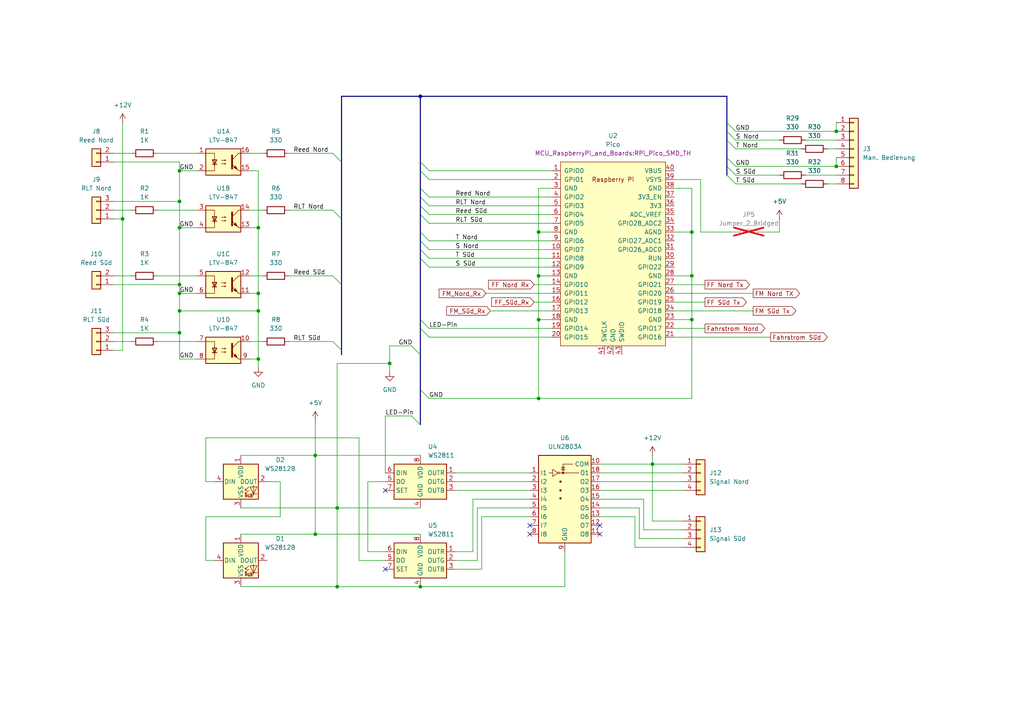
<source format=kicad_sch>
(kicad_sch (version 20231120) (generator "eeschema") (generator_version "8.0")
  (paper "A4")
  (lib_symbols
    (symbol "Connector_Generic:Conn_01x02" (pin_names (offset 1.016) hide)
      (property "Reference" "J" (at 0 2.54 0))
      (property "Value" "Conn_01x02" (at 0 -5.08 0))
      (symbol "Conn_01x02_1_1"
        (rectangle (start -1.27 -2.413) (end 0 -2.667) (stroke (width 0.1524)))
        (rectangle (start -1.27 0.127) (end 0 -0.127) (stroke (width 0.1524)))
        (rectangle (start -1.27 1.27) (end 1.27 -3.81) (stroke (width 0.254)) (fill (type background)))
        (pin passive line (at -5.08 0 0) (length 3.81) (name "Pin_1") (number "1"))
        (pin passive line (at -5.08 -2.54 0) (length 3.81) (name "Pin_2") (number "2"))
      )
    )
    (symbol "Connector_Generic:Conn_01x03" (pin_names (offset 1.016) hide)
      (property "Reference" "J" (at 0 5.08 0))
      (property "Value" "Conn_01x03" (at 0 -5.08 0))
      (symbol "Conn_01x03_1_1"
        (rectangle (start -1.27 -2.413) (end 0 -2.667) (stroke (width 0.1524)))
        (rectangle (start -1.27 0.127) (end 0 -0.127) (stroke (width 0.1524)))
        (rectangle (start -1.27 2.667) (end 0 2.413) (stroke (width 0.1524)))
        (rectangle (start -1.27 3.81) (end 1.27 -3.81) (stroke (width 0.254)) (fill (type background)))
        (pin passive line (at -5.08 2.54 0) (length 3.81) (name "Pin_1") (number "1"))
        (pin passive line (at -5.08 0 0) (length 3.81) (name "Pin_2") (number "2"))
        (pin passive line (at -5.08 -2.54 0) (length 3.81) (name "Pin_3") (number "3"))
      )
    )
    (symbol "Connector_Generic:Conn_01x04" (pin_names (offset 1.016) hide)
      (property "Reference" "J" (at 0 5.08 0))
      (property "Value" "Conn_01x04" (at 0 -7.62 0))
      (symbol "Conn_01x04_1_1"
        (rectangle (start -1.27 -4.953) (end 0 -5.207) (stroke (width 0.1524)))
        (rectangle (start -1.27 -2.413) (end 0 -2.667) (stroke (width 0.1524)))
        (rectangle (start -1.27 0.127) (end 0 -0.127) (stroke (width 0.1524)))
        (rectangle (start -1.27 2.667) (end 0 2.413) (stroke (width 0.1524)))
        (rectangle (start -1.27 3.81) (end 1.27 -6.35) (stroke (width 0.254)) (fill (type background)))
        (pin passive line (at -5.08 2.54 0) (length 3.81) (name "Pin_1") (number "1"))
        (pin passive line (at -5.08 0 0) (length 3.81) (name "Pin_2") (number "2"))
        (pin passive line (at -5.08 -2.54 0) (length 3.81) (name "Pin_3") (number "3"))
        (pin passive line (at -5.08 -5.08 0) (length 3.81) (name "Pin_4") (number "4"))
      )
    )
    (symbol "Connector_Generic:Conn_01x08" (pin_names (offset 1.016) hide)
      (property "Reference" "J" (at 0 10.16 0))
      (property "Value" "Conn_01x08" (at 0 -12.7 0))
      (symbol "Conn_01x08_1_1"
        (rectangle (start -1.27 -10.033) (end 0 -10.287) (stroke (width 0.1524)))
        (rectangle (start -1.27 -7.493) (end 0 -7.747) (stroke (width 0.1524)))
        (rectangle (start -1.27 -4.953) (end 0 -5.207) (stroke (width 0.1524)))
        (rectangle (start -1.27 -2.413) (end 0 -2.667) (stroke (width 0.1524)))
        (rectangle (start -1.27 0.127) (end 0 -0.127) (stroke (width 0.1524)))
        (rectangle (start -1.27 2.667) (end 0 2.413) (stroke (width 0.1524)))
        (rectangle (start -1.27 5.207) (end 0 4.953) (stroke (width 0.1524)))
        (rectangle (start -1.27 7.747) (end 0 7.493) (stroke (width 0.1524)))
        (rectangle (start -1.27 8.89) (end 1.27 -11.43) (stroke (width 0.254)) (fill (type background)))
        (pin passive line (at -5.08 7.62 0) (length 3.81) (name "Pin_1") (number "1"))
        (pin passive line (at -5.08 5.08 0) (length 3.81) (name "Pin_2") (number "2"))
        (pin passive line (at -5.08 2.54 0) (length 3.81) (name "Pin_3") (number "3"))
        (pin passive line (at -5.08 0 0) (length 3.81) (name "Pin_4") (number "4"))
        (pin passive line (at -5.08 -2.54 0) (length 3.81) (name "Pin_5") (number "5"))
        (pin passive line (at -5.08 -5.08 0) (length 3.81) (name "Pin_6") (number "6"))
        (pin passive line (at -5.08 -7.62 0) (length 3.81) (name "Pin_7") (number "7"))
        (pin passive line (at -5.08 -10.16 0) (length 3.81) (name "Pin_8") (number "8"))
      )
    )
    (symbol "Device:R" (pin_numbers hide) (pin_names (offset 0))
      (property "Reference" "R" (at 2.032 0 90))
      (property "Value" "R" (at 0 0 90))
      (symbol "R_0_1"
        (rectangle (start -1.016 -2.54) (end 1.016 2.54) (stroke (width 0.254)))
      )
      (symbol "R_1_1"
        (pin passive line (at 0 3.81 270) (length 1.27) (name "~") (number "1"))
        (pin passive line (at 0 -3.81 90) (length 1.27) (name "~") (number "2"))
      )
    )
    (symbol "Driver_LED:WS2811"
      (property "Reference" "U" (at -6.35 6.35 0))
      (property "Value" "WS2811" (at 5.08 6.35 0))
      (symbol "WS2811_0_1"
        (rectangle (start -7.62 5.08) (end 7.62 -5.08) (stroke (width 0.254)) (fill (type background)))
      )
      (symbol "WS2811_1_1"
        (pin output line (at 10.16 2.54 180) (length 2.54) (name "OUTR") (number "1"))
        (pin output line (at 10.16 0 180) (length 2.54) (name "OUTG") (number "2"))
        (pin output line (at 10.16 -2.54 180) (length 2.54) (name "OUTB") (number "3"))
        (pin power_in line (at 0 -7.62 90) (length 2.54) (name "GND") (number "4"))
        (pin output line (at -10.16 0 0) (length 2.54) (name "DO") (number "5"))
        (pin input line (at -10.16 2.54 0) (length 2.54) (name "DIN") (number "6"))
        (pin input line (at -10.16 -2.54 0) (length 2.54) (name "SET") (number "7"))
        (pin power_in line (at 0 7.62 270) (length 2.54) (name "VDD") (number "8"))
      )
    )
    (symbol "Isolator:LTV-847" (pin_names (offset 1.016))
      (property "Reference" "U" (at -5.08 5.08 0))
      (property "Value" "LTV-847" (at 0 5.08 0))
      (symbol "LTV-847_0_1"
        (rectangle (start -5.08 3.81) (end 5.08 -3.81) (stroke (width 0.254)) (fill (type background)))
        (polyline (pts (xy -3.175 -0.635) (xy -1.905 -0.635)) (stroke (width 0.254)))
        (polyline (pts (xy 2.54 0.635) (xy 4.445 2.54)))
        (polyline (pts (xy 4.445 -2.54) (xy 2.54 -0.635)) (fill (type outline)))
        (polyline (pts (xy 4.445 -2.54) (xy 5.08 -2.54)))
        (polyline (pts (xy 4.445 2.54) (xy 5.08 2.54)))
        (polyline (pts (xy -2.54 -0.635) (xy -2.54 -2.54) (xy -5.08 -2.54)))
        (polyline (pts (xy 2.54 1.905) (xy 2.54 -1.905) (xy 2.54 -1.905)) (stroke (width 0.508)))
        (polyline (pts (xy -5.08 2.54) (xy -2.54 2.54) (xy -2.54 -1.27) (xy -2.54 0.635)))
        (polyline (pts (xy -2.54 -0.635) (xy -3.175 0.635) (xy -1.905 0.635) (xy -2.54 -0.635)) (stroke (width 0.254)))
        (polyline (pts (xy -0.508 -0.508) (xy 0.762 -0.508) (xy 0.381 -0.635) (xy 0.381 -0.381) (xy 0.762 -0.508)))
        (polyline (pts (xy -0.508 0.508) (xy 0.762 0.508) (xy 0.381 0.381) (xy 0.381 0.635) (xy 0.762 0.508)))
        (polyline (pts (xy 3.048 -1.651) (xy 3.556 -1.143) (xy 4.064 -2.159) (xy 3.048 -1.651) (xy 3.048 -1.651)) (fill (type outline)))
      )
      (symbol "LTV-847_1_1"
        (pin passive line (at -7.62 2.54 0) (length 2.54) (name "~") (number "1"))
        (pin passive line (at 7.62 -2.54 180) (length 2.54) (name "~") (number "15"))
        (pin passive line (at 7.62 2.54 180) (length 2.54) (name "~") (number "16"))
        (pin passive line (at -7.62 -2.54 0) (length 2.54) (name "~") (number "2"))
      )
      (symbol "LTV-847_2_1"
        (pin passive line (at 7.62 -2.54 180) (length 2.54) (name "~") (number "13"))
        (pin passive line (at 7.62 2.54 180) (length 2.54) (name "~") (number "14"))
        (pin passive line (at -7.62 2.54 0) (length 2.54) (name "~") (number "3"))
        (pin passive line (at -7.62 -2.54 0) (length 2.54) (name "~") (number "4"))
      )
      (symbol "LTV-847_3_1"
        (pin passive line (at 7.62 -2.54 180) (length 2.54) (name "~") (number "11"))
        (pin passive line (at 7.62 2.54 180) (length 2.54) (name "~") (number "12"))
        (pin passive line (at -7.62 2.54 0) (length 2.54) (name "~") (number "5"))
        (pin passive line (at -7.62 -2.54 0) (length 2.54) (name "~") (number "6"))
      )
      (symbol "LTV-847_4_1"
        (pin passive line (at 7.62 2.54 180) (length 2.54) (name "~") (number "10"))
        (pin passive line (at -7.62 2.54 0) (length 2.54) (name "~") (number "7"))
        (pin passive line (at -7.62 -2.54 0) (length 2.54) (name "~") (number "8"))
        (pin passive line (at 7.62 -2.54 180) (length 2.54) (name "~") (number "9"))
      )
    )
    (symbol "Jumper:Jumper_2_Bridged" (pin_numbers hide) (pin_names (offset 0) hide) (exclude_from_sim yes)
      (property "Reference" "JP" (at 0 1.905 0))
      (property "Value" "Jumper_2_Bridged" (at 0 -2.54 0))
      (symbol "Jumper_2_Bridged_0_0"
        (circle (center -2.032 0) (radius 0.508))
        (circle (center 2.032 0) (radius 0.508))
      )
      (symbol "Jumper_2_Bridged_0_1"
        (arc (start 1.524 0.254) (mid 0 0.762) (end -1.524 0.254))
      )
      (symbol "Jumper_2_Bridged_1_1"
        (pin passive line (at -5.08 0 0) (length 2.54) (name "A") (number "1"))
        (pin passive line (at 5.08 0 180) (length 2.54) (name "B") (number "2"))
      )
    )
    (symbol "LED:WS2812B" (pin_names (offset 0.254))
      (property "Reference" "D" (at 5.08 5.715 0))
      (property "Value" "WS2812B" (at 1.27 -5.715 0))
      (symbol "WS2812B_0_0"
        (text "RGB" (at 2.286 -4.191 0) (effects (font (size 0.762 0.762))))
      )
      (symbol "WS2812B_0_1"
        (polyline (pts (xy 1.27 -3.556) (xy 1.778 -3.556)))
        (polyline (pts (xy 1.27 -2.54) (xy 1.778 -2.54)))
        (polyline (pts (xy 4.699 -3.556) (xy 2.667 -3.556)))
        (polyline (pts (xy 2.286 -2.54) (xy 1.27 -3.556) (xy 1.27 -3.048)))
        (polyline (pts (xy 2.286 -1.524) (xy 1.27 -2.54) (xy 1.27 -2.032)))
        (polyline (pts (xy 3.683 -1.016) (xy 3.683 -3.556) (xy 3.683 -4.064)))
        (polyline (pts (xy 4.699 -1.524) (xy 2.667 -1.524) (xy 3.683 -3.556) (xy 4.699 -1.524)))
        (rectangle (start 5.08 5.08) (end -5.08 -5.08) (stroke (width 0.254)) (fill (type background)))
      )
      (symbol "WS2812B_1_1"
        (pin power_in line (at 0 7.62 270) (length 2.54) (name "VDD") (number "1"))
        (pin output line (at 7.62 0 180) (length 2.54) (name "DOUT") (number "2"))
        (pin power_in line (at 0 -7.62 90) (length 2.54) (name "VSS") (number "3"))
        (pin input line (at -7.62 0 0) (length 2.54) (name "DIN") (number "4"))
      )
    )
    (symbol "MCU_RaspberryPi_and_Boards:Pico" (pin_names (offset 1.016))
      (property "Reference" "U" (at -13.97 27.94 0))
      (property "Value" "Pico" (at 0 19.05 0))
      (property "Footprint" "MCU_RaspberryPi_and_Boards:RPi_Pico_SMD_TH" (at 0 0 90))
      (symbol "Pico_0_0"
        (text "Raspberry Pi" (at 0 21.59 0) (effects (font (size 1.27 1.27))))
      )
      (symbol "Pico_0_1"
        (rectangle (start -15.24 26.67) (end 15.24 -26.67) (fill (type background)))
      )
      (symbol "Pico_1_1"
        (pin bidirectional line (at -17.78 24.13 0) (length 2.54) (name "GPIO0") (number "1"))
        (pin bidirectional line (at -17.78 1.27 0) (length 2.54) (name "GPIO7") (number "10"))
        (pin bidirectional line (at -17.78 -1.27 0) (length 2.54) (name "GPIO8") (number "11"))
        (pin bidirectional line (at -17.78 -3.81 0) (length 2.54) (name "GPIO9") (number "12"))
        (pin power_in line (at -17.78 -6.35 0) (length 2.54) (name "GND") (number "13"))
        (pin bidirectional line (at -17.78 -8.89 0) (length 2.54) (name "GPIO10") (number "14"))
        (pin bidirectional line (at -17.78 -11.43 0) (length 2.54) (name "GPIO11") (number "15"))
        (pin bidirectional line (at -17.78 -13.97 0) (length 2.54) (name "GPIO12") (number "16"))
        (pin bidirectional line (at -17.78 -16.51 0) (length 2.54) (name "GPIO13") (number "17"))
        (pin power_in line (at -17.78 -19.05 0) (length 2.54) (name "GND") (number "18"))
        (pin bidirectional line (at -17.78 -21.59 0) (length 2.54) (name "GPIO14") (number "19"))
        (pin bidirectional line (at -17.78 21.59 0) (length 2.54) (name "GPIO1") (number "2"))
        (pin bidirectional line (at -17.78 -24.13 0) (length 2.54) (name "GPIO15") (number "20"))
        (pin bidirectional line (at 17.78 -24.13 180) (length 2.54) (name "GPIO16") (number "21"))
        (pin bidirectional line (at 17.78 -21.59 180) (length 2.54) (name "GPIO17") (number "22"))
        (pin power_in line (at 17.78 -19.05 180) (length 2.54) (name "GND") (number "23"))
        (pin bidirectional line (at 17.78 -16.51 180) (length 2.54) (name "GPIO18") (number "24"))
        (pin bidirectional line (at 17.78 -13.97 180) (length 2.54) (name "GPIO19") (number "25"))
        (pin bidirectional line (at 17.78 -11.43 180) (length 2.54) (name "GPIO20") (number "26"))
        (pin bidirectional line (at 17.78 -8.89 180) (length 2.54) (name "GPIO21") (number "27"))
        (pin power_in line (at 17.78 -6.35 180) (length 2.54) (name "GND") (number "28"))
        (pin bidirectional line (at 17.78 -3.81 180) (length 2.54) (name "GPIO22") (number "29"))
        (pin power_in line (at -17.78 19.05 0) (length 2.54) (name "GND") (number "3"))
        (pin input line (at 17.78 -1.27 180) (length 2.54) (name "RUN") (number "30"))
        (pin bidirectional line (at 17.78 1.27 180) (length 2.54) (name "GPIO26_ADC0") (number "31"))
        (pin bidirectional line (at 17.78 3.81 180) (length 2.54) (name "GPIO27_ADC1") (number "32"))
        (pin power_in line (at 17.78 6.35 180) (length 2.54) (name "AGND") (number "33"))
        (pin bidirectional line (at 17.78 8.89 180) (length 2.54) (name "GPIO28_ADC2") (number "34"))
        (pin unspecified line (at 17.78 11.43 180) (length 2.54) (name "ADC_VREF") (number "35"))
        (pin unspecified line (at 17.78 13.97 180) (length 2.54) (name "3V3") (number "36"))
        (pin input line (at 17.78 16.51 180) (length 2.54) (name "3V3_EN") (number "37"))
        (pin bidirectional line (at 17.78 19.05 180) (length 2.54) (name "GND") (number "38"))
        (pin unspecified line (at 17.78 21.59 180) (length 2.54) (name "VSYS") (number "39"))
        (pin bidirectional line (at -17.78 16.51 0) (length 2.54) (name "GPIO2") (number "4"))
        (pin unspecified line (at 17.78 24.13 180) (length 2.54) (name "VBUS") (number "40"))
        (pin input line (at -2.54 -29.21 90) (length 2.54) (name "SWCLK") (number "41"))
        (pin power_in line (at 0 -29.21 90) (length 2.54) (name "GND") (number "42"))
        (pin bidirectional line (at 2.54 -29.21 90) (length 2.54) (name "SWDIO") (number "43"))
        (pin bidirectional line (at -17.78 13.97 0) (length 2.54) (name "GPIO3") (number "5"))
        (pin bidirectional line (at -17.78 11.43 0) (length 2.54) (name "GPIO4") (number "6"))
        (pin bidirectional line (at -17.78 8.89 0) (length 2.54) (name "GPIO5") (number "7"))
        (pin power_in line (at -17.78 6.35 0) (length 2.54) (name "GND") (number "8"))
        (pin bidirectional line (at -17.78 3.81 0) (length 2.54) (name "GPIO6") (number "9"))
      )
    )
    (symbol "Transistor_Array:ULN2803A"
      (property "Reference" "U" (at 0 13.335 0))
      (property "Value" "ULN2803A" (at 0 11.43 0))
      (symbol "ULN2803A_0_1"
        (rectangle (start -7.62 -15.24) (end 7.62 10.16) (stroke (width 0.254)) (fill (type background)))
        (circle (center -1.778 5.08) (radius 0.254))
        (circle (center -1.27 -2.286) (radius 0.254) (fill (type outline)))
        (circle (center -1.27 0) (radius 0.254) (fill (type outline)))
        (circle (center -1.27 2.54) (radius 0.254) (fill (type outline)))
        (circle (center -0.508 5.08) (radius 0.254) (fill (type outline)))
        (polyline (pts (xy -4.572 5.08) (xy -3.556 5.08)))
        (polyline (pts (xy -1.524 5.08) (xy 4.064 5.08)))
        (polyline (pts (xy 0 6.731) (xy -1.016 6.731)))
        (polyline (pts (xy -0.508 5.08) (xy -0.508 7.62) (xy 2.286 7.62)))
        (polyline (pts (xy -3.556 6.096) (xy -3.556 4.064) (xy -2.032 5.08) (xy -3.556 6.096)))
        (polyline (pts (xy 0 5.969) (xy -1.016 5.969) (xy -0.508 6.731) (xy 0 5.969)))
      )
      (symbol "ULN2803A_1_1"
        (pin input line (at -10.16 5.08 0) (length 2.54) (name "I1") (number "1"))
        (pin passive line (at 10.16 7.62 180) (length 2.54) (name "COM") (number "10"))
        (pin open_collector line (at 10.16 -12.7 180) (length 2.54) (name "O8") (number "11"))
        (pin open_collector line (at 10.16 -10.16 180) (length 2.54) (name "O7") (number "12"))
        (pin open_collector line (at 10.16 -7.62 180) (length 2.54) (name "O6") (number "13"))
        (pin open_collector line (at 10.16 -5.08 180) (length 2.54) (name "O5") (number "14"))
        (pin open_collector line (at 10.16 -2.54 180) (length 2.54) (name "O4") (number "15"))
        (pin open_collector line (at 10.16 0 180) (length 2.54) (name "O3") (number "16"))
        (pin open_collector line (at 10.16 2.54 180) (length 2.54) (name "O2") (number "17"))
        (pin open_collector line (at 10.16 5.08 180) (length 2.54) (name "O1") (number "18"))
        (pin input line (at -10.16 2.54 0) (length 2.54) (name "I2") (number "2"))
        (pin input line (at -10.16 0 0) (length 2.54) (name "I3") (number "3"))
        (pin input line (at -10.16 -2.54 0) (length 2.54) (name "I4") (number "4"))
        (pin input line (at -10.16 -5.08 0) (length 2.54) (name "I5") (number "5"))
        (pin input line (at -10.16 -7.62 0) (length 2.54) (name "I6") (number "6"))
        (pin input line (at -10.16 -10.16 0) (length 2.54) (name "I7") (number "7"))
        (pin input line (at -10.16 -12.7 0) (length 2.54) (name "I8") (number "8"))
        (pin power_in line (at 0 -17.78 90) (length 2.54) (name "GND") (number "9"))
      )
    )
    (symbol "power:+12V" (power) (pin_numbers hide) (pin_names (offset 0) hide)
      (property "Value" "+12V" (at 0 3.556 0))
      (symbol "+12V_0_1"
        (polyline (pts (xy -0.762 1.27) (xy 0 2.54)))
        (polyline (pts (xy 0 0) (xy 0 2.54)))
        (polyline (pts (xy 0 2.54) (xy 0.762 1.27)))
      )
      (symbol "+12V_1_1"
        (pin power_in line (at 0 0 90) (length 0) (name "~") (number "1"))
      )
    )
    (symbol "power:+5V" (power) (pin_numbers hide) (pin_names (offset 0) hide)
      (property "Value" "+5V" (at 0 3.556 0))
      (symbol "+5V_0_1"
        (polyline (pts (xy -0.762 1.27) (xy 0 2.54)))
        (polyline (pts (xy 0 0) (xy 0 2.54)))
        (polyline (pts (xy 0 2.54) (xy 0.762 1.27)))
      )
      (symbol "+5V_1_1"
        (pin power_in line (at 0 0 90) (length 0) (name "~") (number "1"))
      )
    )
    (symbol "power:GND" (power) (pin_numbers hide) (pin_names (offset 0) hide)
      (property "Value" "GND" (at 0 -3.81 0))
      (symbol "GND_0_1"
        (polyline (pts (xy 0 0) (xy 0 -1.27) (xy 1.27 -1.27) (xy 0 -2.54) (xy -1.27 -1.27) (xy 0 -1.27)))
      )
      (symbol "GND_1_1"
        (pin power_in line (at 0 0 270) (length 0) (name "~") (number "1"))
      )
    )
  )
  (junction (at 156.21 115.57))
  (junction (at 113.03 105.41))
  (junction (at 189.23 134.62))
  (junction (at 200.66 92.71))
  (junction (at 74.93 104.14))
  (junction (at 74.93 66.04))
  (junction (at 52.07 66.04))
  (junction (at 74.93 85.09))
  (junction (at 91.44 132.08))
  (junction (at 97.79 147.32))
  (junction (at 200.66 80.01))
  (junction (at 156.21 80.01))
  (junction (at 200.66 67.31))
  (junction (at 52.07 90.17))
  (junction (at 242.57 48.26))
  (junction (at 91.44 154.94))
  (junction (at 156.21 92.71))
  (junction (at 156.21 67.31))
  (junction (at 74.93 90.17))
  (junction (at 121.92 170.18))
  (junction (at 52.07 49.53))
  (junction (at 242.57 38.1))
  (junction (at 52.07 58.42))
  (junction (at 52.07 85.09))
  (junction (at 52.07 82.55))
  (junction (at 97.79 170.18))
  (junction (at 35.56 63.5))
  (junction (at 121.92 27.94))
  (junction (at 52.07 96.52))
  (no_connect (at 173.99 154.94))
  (no_connect (at 111.76 165.1))
  (no_connect (at 173.99 152.4))
  (no_connect (at 153.67 152.4))
  (no_connect (at 111.76 142.24))
  (no_connect (at 153.67 154.94))
  (bus_entry (at 96.52 44.45) (size 2.54 2.54))
  (bus_entry (at 96.52 80.01) (size 2.54 2.54))
  (bus_entry (at 96.52 99.06) (size 2.54 2.54))
  (bus_entry (at 121.92 95.25) (size 2.54 2.54))
  (bus_entry (at 210.82 48.26) (size 2.54 2.54))
  (bus_entry (at 121.92 59.69) (size 2.54 2.54))
  (bus_entry (at 210.82 38.1) (size 2.54 2.54))
  (bus_entry (at 121.92 46.99) (size 2.54 2.54))
  (bus_entry (at 210.82 50.8) (size 2.54 2.54))
  (bus_entry (at 119.38 120.65) (size 2.54 2.54))
  (bus_entry (at 121.92 49.53) (size 2.54 2.54))
  (bus_entry (at 121.92 62.23) (size 2.54 2.54))
  (bus_entry (at 210.82 45.72) (size 2.54 2.54))
  (bus_entry (at 121.92 92.71) (size 2.54 2.54))
  (bus_entry (at 121.92 113.03) (size 2.54 2.54))
  (bus_entry (at 121.92 69.85) (size 2.54 2.54))
  (bus_entry (at 119.38 100.33) (size 2.54 2.54))
  (bus_entry (at 210.82 40.64) (size 2.54 2.54))
  (bus_entry (at 121.92 72.39) (size 2.54 2.54))
  (bus_entry (at 96.52 60.96) (size 2.54 2.54))
  (bus_entry (at 121.92 57.15) (size 2.54 2.54))
  (bus_entry (at 121.92 74.93) (size 2.54 2.54))
  (bus_entry (at 210.82 35.56) (size 2.54 2.54))
  (bus_entry (at 121.92 67.31) (size 2.54 2.54))
  (bus_entry (at 121.92 54.61) (size 2.54 2.54))
  (wire (pts (xy 156.21 54.61) (xy 156.21 67.31)))
  (wire (pts (xy 33.02 63.5) (xy 35.56 63.5)))
  (bus (pts (xy 121.92 92.71) (xy 121.92 95.25)))
  (wire (pts (xy 83.82 44.45) (xy 96.52 44.45)))
  (wire (pts (xy 91.44 121.92) (xy 91.44 132.08)))
  (wire (pts (xy 173.99 142.24) (xy 198.12 142.24)))
  (wire (pts (xy 195.58 97.79) (xy 223.52 97.79)))
  (wire (pts (xy 156.21 67.31) (xy 156.21 80.01)))
  (wire (pts (xy 45.72 80.01) (xy 57.15 80.01)))
  (wire (pts (xy 195.58 92.71) (xy 200.66 92.71)))
  (wire (pts (xy 33.02 58.42) (xy 52.07 58.42)))
  (wire (pts (xy 233.68 40.64) (xy 242.57 40.64)))
  (wire (pts (xy 52.07 85.09) (xy 52.07 90.17)))
  (wire (pts (xy 156.21 92.71) (xy 160.02 92.71)))
  (wire (pts (xy 184.15 158.75) (xy 184.15 149.86)))
  (wire (pts (xy 104.14 127) (xy 59.69 127)))
  (bus (pts (xy 121.92 67.31) (xy 121.92 69.85)))
  (wire (pts (xy 35.56 63.5) (xy 35.56 101.6)))
  (wire (pts (xy 195.58 67.31) (xy 200.66 67.31)))
  (wire (pts (xy 124.46 49.53) (xy 160.02 49.53)))
  (wire (pts (xy 97.79 147.32) (xy 97.79 105.41)))
  (bus (pts (xy 210.82 38.1) (xy 210.82 40.64)))
  (wire (pts (xy 111.76 120.65) (xy 119.38 120.65)))
  (bus (pts (xy 121.92 74.93) (xy 121.92 92.71)))
  (wire (pts (xy 124.46 69.85) (xy 160.02 69.85)))
  (wire (pts (xy 137.16 160.02) (xy 137.16 144.78)))
  (wire (pts (xy 91.44 132.08) (xy 121.92 132.08)))
  (wire (pts (xy 52.07 58.42) (xy 52.07 66.04)))
  (wire (pts (xy 124.46 115.57) (xy 156.21 115.57)))
  (wire (pts (xy 97.79 170.18) (xy 121.92 170.18)))
  (wire (pts (xy 74.93 66.04) (xy 74.93 49.53)))
  (wire (pts (xy 124.46 59.69) (xy 160.02 59.69)))
  (bus (pts (xy 121.92 72.39) (xy 121.92 74.93)))
  (wire (pts (xy 33.02 60.96) (xy 38.1 60.96)))
  (wire (pts (xy 97.79 147.32) (xy 97.79 170.18)))
  (wire (pts (xy 52.07 82.55) (xy 52.07 85.09)))
  (wire (pts (xy 33.02 46.99) (xy 52.07 46.99)))
  (wire (pts (xy 111.76 162.56) (xy 104.14 162.56)))
  (wire (pts (xy 195.58 80.01) (xy 200.66 80.01)))
  (wire (pts (xy 132.08 165.1) (xy 139.7 165.1)))
  (wire (pts (xy 195.58 82.55) (xy 204.47 82.55)))
  (wire (pts (xy 139.7 149.86) (xy 153.67 149.86)))
  (wire (pts (xy 52.07 49.53) (xy 52.07 58.42)))
  (wire (pts (xy 132.08 160.02) (xy 137.16 160.02)))
  (bus (pts (xy 210.82 27.94) (xy 210.82 35.56)))
  (wire (pts (xy 132.08 137.16) (xy 153.67 137.16)))
  (wire (pts (xy 33.02 44.45) (xy 38.1 44.45)))
  (wire (pts (xy 213.36 50.8) (xy 226.06 50.8)))
  (wire (pts (xy 81.28 139.7) (xy 81.28 149.86)))
  (wire (pts (xy 203.2 67.31) (xy 212.09 67.31)))
  (wire (pts (xy 52.07 90.17) (xy 52.07 96.52)))
  (wire (pts (xy 195.58 85.09) (xy 218.44 85.09)))
  (wire (pts (xy 121.92 147.32) (xy 97.79 147.32)))
  (wire (pts (xy 72.39 60.96) (xy 76.2 60.96)))
  (bus (pts (xy 99.06 101.6) (xy 99.06 102.87)))
  (wire (pts (xy 45.72 60.96) (xy 57.15 60.96)))
  (wire (pts (xy 52.07 49.53) (xy 57.15 49.53)))
  (wire (pts (xy 52.07 104.14) (xy 57.15 104.14)))
  (wire (pts (xy 91.44 132.08) (xy 91.44 154.94)))
  (wire (pts (xy 189.23 132.08) (xy 189.23 134.62)))
  (bus (pts (xy 121.92 27.94) (xy 121.92 46.99)))
  (wire (pts (xy 59.69 127) (xy 59.69 139.7)))
  (bus (pts (xy 121.92 57.15) (xy 121.92 59.69)))
  (wire (pts (xy 33.02 80.01) (xy 38.1 80.01)))
  (wire (pts (xy 124.46 57.15) (xy 160.02 57.15)))
  (bus (pts (xy 121.92 46.99) (xy 121.92 49.53)))
  (wire (pts (xy 154.94 82.55) (xy 160.02 82.55)))
  (wire (pts (xy 132.08 139.7) (xy 153.67 139.7)))
  (bus (pts (xy 121.92 62.23) (xy 121.92 67.31)))
  (wire (pts (xy 213.36 40.64) (xy 226.06 40.64)))
  (wire (pts (xy 74.93 49.53) (xy 72.39 49.53)))
  (wire (pts (xy 226.06 63.5) (xy 226.06 67.31)))
  (wire (pts (xy 91.44 154.94) (xy 121.92 154.94)))
  (wire (pts (xy 72.39 66.04) (xy 74.93 66.04)))
  (wire (pts (xy 106.68 160.02) (xy 111.76 160.02)))
  (wire (pts (xy 59.69 139.7) (xy 62.23 139.7)))
  (bus (pts (xy 121.92 102.87) (xy 121.92 113.03)))
  (wire (pts (xy 233.68 50.8) (xy 242.57 50.8)))
  (wire (pts (xy 203.2 52.07) (xy 195.58 52.07)))
  (bus (pts (xy 99.06 82.55) (xy 99.06 101.6)))
  (wire (pts (xy 198.12 153.67) (xy 186.69 153.67)))
  (wire (pts (xy 156.21 80.01) (xy 160.02 80.01)))
  (wire (pts (xy 52.07 66.04) (xy 52.07 82.55)))
  (wire (pts (xy 52.07 85.09) (xy 57.15 85.09)))
  (wire (pts (xy 72.39 85.09) (xy 74.93 85.09)))
  (wire (pts (xy 137.16 144.78) (xy 153.67 144.78)))
  (wire (pts (xy 138.43 162.56) (xy 138.43 147.32)))
  (wire (pts (xy 69.85 147.32) (xy 97.79 147.32)))
  (wire (pts (xy 195.58 87.63) (xy 204.47 87.63)))
  (wire (pts (xy 104.14 162.56) (xy 104.14 127)))
  (wire (pts (xy 124.46 97.79) (xy 160.02 97.79)))
  (bus (pts (xy 210.82 35.56) (xy 210.82 38.1)))
  (bus (pts (xy 210.82 48.26) (xy 210.82 50.8)))
  (wire (pts (xy 111.76 137.16) (xy 111.76 120.65)))
  (wire (pts (xy 173.99 139.7) (xy 198.12 139.7)))
  (wire (pts (xy 240.03 53.34) (xy 242.57 53.34)))
  (wire (pts (xy 189.23 151.13) (xy 189.23 134.62)))
  (wire (pts (xy 124.46 52.07) (xy 160.02 52.07)))
  (wire (pts (xy 184.15 149.86) (xy 173.99 149.86)))
  (wire (pts (xy 200.66 67.31) (xy 200.66 80.01)))
  (wire (pts (xy 195.58 54.61) (xy 200.66 54.61)))
  (bus (pts (xy 99.06 46.99) (xy 99.06 63.5)))
  (wire (pts (xy 33.02 99.06) (xy 38.1 99.06)))
  (bus (pts (xy 121.92 27.94) (xy 210.82 27.94)))
  (bus (pts (xy 99.06 27.94) (xy 99.06 46.99)))
  (wire (pts (xy 139.7 165.1) (xy 139.7 149.86)))
  (wire (pts (xy 213.36 48.26) (xy 242.57 48.26)))
  (wire (pts (xy 97.79 105.41) (xy 113.03 105.41)))
  (wire (pts (xy 140.97 85.09) (xy 160.02 85.09)))
  (wire (pts (xy 195.58 95.25) (xy 204.47 95.25)))
  (wire (pts (xy 35.56 35.56) (xy 35.56 63.5)))
  (wire (pts (xy 185.42 156.21) (xy 198.12 156.21)))
  (bus (pts (xy 121.92 113.03) (xy 121.92 123.19)))
  (wire (pts (xy 156.21 80.01) (xy 156.21 92.71)))
  (wire (pts (xy 52.07 90.17) (xy 74.93 90.17)))
  (wire (pts (xy 69.85 170.18) (xy 97.79 170.18)))
  (wire (pts (xy 138.43 147.32) (xy 153.67 147.32)))
  (wire (pts (xy 198.12 158.75) (xy 184.15 158.75)))
  (wire (pts (xy 189.23 134.62) (xy 198.12 134.62)))
  (wire (pts (xy 72.39 99.06) (xy 76.2 99.06)))
  (bus (pts (xy 121.92 95.25) (xy 121.92 102.87)))
  (wire (pts (xy 132.08 162.56) (xy 138.43 162.56)))
  (wire (pts (xy 72.39 44.45) (xy 76.2 44.45)))
  (wire (pts (xy 33.02 82.55) (xy 52.07 82.55)))
  (wire (pts (xy 52.07 66.04) (xy 57.15 66.04)))
  (wire (pts (xy 200.66 54.61) (xy 200.66 67.31)))
  (wire (pts (xy 81.28 149.86) (xy 59.69 149.86)))
  (wire (pts (xy 77.47 139.7) (xy 81.28 139.7)))
  (wire (pts (xy 160.02 54.61) (xy 156.21 54.61)))
  (bus (pts (xy 121.92 59.69) (xy 121.92 62.23)))
  (wire (pts (xy 186.69 153.67) (xy 186.69 144.78)))
  (wire (pts (xy 113.03 100.33) (xy 113.03 105.41)))
  (wire (pts (xy 124.46 62.23) (xy 160.02 62.23)))
  (wire (pts (xy 52.07 46.99) (xy 52.07 49.53)))
  (wire (pts (xy 242.57 35.56) (xy 242.57 38.1)))
  (wire (pts (xy 240.03 43.18) (xy 242.57 43.18)))
  (wire (pts (xy 74.93 106.68) (xy 74.93 104.14)))
  (wire (pts (xy 124.46 95.25) (xy 160.02 95.25)))
  (wire (pts (xy 83.82 80.01) (xy 96.52 80.01)))
  (bus (pts (xy 99.06 27.94) (xy 121.92 27.94)))
  (bus (pts (xy 210.82 45.72) (xy 210.82 48.26)))
  (wire (pts (xy 124.46 64.77) (xy 160.02 64.77)))
  (wire (pts (xy 195.58 90.17) (xy 218.44 90.17)))
  (wire (pts (xy 45.72 99.06) (xy 57.15 99.06)))
  (wire (pts (xy 83.82 99.06) (xy 96.52 99.06)))
  (wire (pts (xy 69.85 154.94) (xy 91.44 154.94)))
  (wire (pts (xy 154.94 87.63) (xy 160.02 87.63)))
  (wire (pts (xy 33.02 96.52) (xy 52.07 96.52)))
  (wire (pts (xy 111.76 139.7) (xy 106.68 139.7)))
  (wire (pts (xy 156.21 67.31) (xy 160.02 67.31)))
  (wire (pts (xy 198.12 151.13) (xy 189.23 151.13)))
  (wire (pts (xy 124.46 72.39) (xy 160.02 72.39)))
  (wire (pts (xy 59.69 162.56) (xy 62.23 162.56)))
  (bus (pts (xy 99.06 63.5) (xy 99.06 82.55)))
  (wire (pts (xy 213.36 38.1) (xy 242.57 38.1)))
  (wire (pts (xy 200.66 92.71) (xy 200.66 115.57)))
  (wire (pts (xy 200.66 80.01) (xy 200.66 92.71)))
  (wire (pts (xy 106.68 139.7) (xy 106.68 160.02)))
  (wire (pts (xy 142.24 90.17) (xy 160.02 90.17)))
  (bus (pts (xy 121.92 69.85) (xy 121.92 72.39)))
  (wire (pts (xy 52.07 96.52) (xy 52.07 104.14)))
  (wire (pts (xy 163.83 170.18) (xy 121.92 170.18)))
  (wire (pts (xy 33.02 101.6) (xy 35.56 101.6)))
  (wire (pts (xy 119.38 100.33) (xy 113.03 100.33)))
  (wire (pts (xy 203.2 67.31) (xy 203.2 52.07)))
  (wire (pts (xy 173.99 137.16) (xy 198.12 137.16)))
  (bus (pts (xy 210.82 40.64) (xy 210.82 45.72)))
  (wire (pts (xy 74.93 85.09) (xy 74.93 66.04)))
  (wire (pts (xy 72.39 80.01) (xy 76.2 80.01)))
  (wire (pts (xy 242.57 45.72) (xy 242.57 48.26)))
  (wire (pts (xy 213.36 43.18) (xy 232.41 43.18)))
  (wire (pts (xy 74.93 90.17) (xy 74.93 85.09)))
  (wire (pts (xy 69.85 132.08) (xy 91.44 132.08)))
  (wire (pts (xy 59.69 149.86) (xy 59.69 162.56)))
  (bus (pts (xy 121.92 49.53) (xy 121.92 54.61)))
  (wire (pts (xy 156.21 115.57) (xy 200.66 115.57)))
  (wire (pts (xy 113.03 105.41) (xy 113.03 107.95)))
  (wire (pts (xy 72.39 104.14) (xy 74.93 104.14)))
  (wire (pts (xy 163.83 160.02) (xy 163.83 170.18)))
  (wire (pts (xy 132.08 142.24) (xy 153.67 142.24)))
  (wire (pts (xy 185.42 147.32) (xy 185.42 156.21)))
  (wire (pts (xy 156.21 92.71) (xy 156.21 115.57)))
  (wire (pts (xy 173.99 147.32) (xy 185.42 147.32)))
  (wire (pts (xy 213.36 53.34) (xy 232.41 53.34)))
  (wire (pts (xy 83.82 60.96) (xy 96.52 60.96)))
  (wire (pts (xy 74.93 90.17) (xy 74.93 104.14)))
  (wire (pts (xy 124.46 74.93) (xy 160.02 74.93)))
  (wire (pts (xy 186.69 144.78) (xy 173.99 144.78)))
  (wire (pts (xy 124.46 77.47) (xy 160.02 77.47)))
  (wire (pts (xy 222.25 67.31) (xy 226.06 67.31)))
  (wire (pts (xy 45.72 44.45) (xy 57.15 44.45)))
  (bus (pts (xy 121.92 54.61) (xy 121.92 57.15)))
  (wire (pts (xy 173.99 134.62) (xy 189.23 134.62)))
  (label "GND" (at 52.07 104.14 0))
  (label "RLT Nord" (at 132.08 59.69 0))
  (label "LED-Pin" (at 124.46 95.25 0))
  (label "Reed Süd" (at 85.09 80.01 0))
  (label "RLT Nord" (at 85.09 60.96 0))
  (label "LED-Pin" (at 111.76 120.65 0))
  (label "GND" (at 52.07 85.09 0))
  (label "S Süd" (at 132.08 77.47 0))
  (label "GND" (at 213.36 48.26 0))
  (label "Reed Nord" (at 85.09 44.45 0))
  (label "T Süd" (at 213.36 53.34 0))
  (label "T Süd" (at 132.08 74.93 0))
  (label "GND" (at 115.57 100.33 0))
  (label "S Nord" (at 213.36 40.64 0))
  (label "Reed Süd" (at 132.08 62.23 0))
  (label "T Nord" (at 132.08 69.85 0))
  (label "GND" (at 52.07 49.53 0))
  (label "GND" (at 213.36 38.1 0))
  (label "Reed Nord" (at 132.08 57.15 0))
  (label "S Süd" (at 213.36 50.8 0))
  (label "RLT Süd" (at 85.09 99.06 0))
  (label "GND" (at 52.07 66.04 0))
  (label "T Nord" (at 213.36 43.18 0))
  (label "S Nord" (at 132.08 72.39 0))
  (label "RLT Süd" (at 132.08 64.77 0))
  (label "GND" (at 124.46 115.57 0))
  (global_label "FM_Nord_Rx" (shape input) (at 140.97 85.09 180) (property "Intersheetrefs" "${INTERSHEET_REFS}" (effects (hide yes))))
  (global_label "FF Süd Tx" (shape output) (at 204.47 87.63 0) (property "Intersheetrefs" "${INTERSHEET_REFS}" (effects (hide yes))))
  (global_label "FF Nord Rx" (shape input) (at 154.94 82.55 180) (property "Intersheetrefs" "${INTERSHEET_REFS}" (effects (hide yes))))
  (global_label "Fahrstrom Nord" (shape output) (at 204.47 95.25 0) (property "Intersheetrefs" "${INTERSHEET_REFS}" (effects (hide yes))))
  (global_label "FM_Süd_Rx" (shape input) (at 142.24 90.17 180) (property "Intersheetrefs" "${INTERSHEET_REFS}" (effects (hide yes))))
  (global_label "FF Nord Tx" (shape output) (at 204.47 82.55 0) (property "Intersheetrefs" "${INTERSHEET_REFS}" (effects (hide yes))))
  (global_label "FM Süd Tx" (shape output) (at 218.44 90.17 0) (property "Intersheetrefs" "${INTERSHEET_REFS}" (effects (hide yes))))
  (global_label "Fahrstrom Süd" (shape output) (at 223.52 97.79 0) (property "Intersheetrefs" "${INTERSHEET_REFS}" (effects (hide yes))))
  (global_label "FM Nord TX" (shape output) (at 218.44 85.09 0) (property "Intersheetrefs" "${INTERSHEET_REFS}" (effects (hide yes))))
  (global_label "FF_Süd_Rx" (shape input) (at 154.94 87.63 180) (property "Intersheetrefs" "${INTERSHEET_REFS}" (effects (hide yes))))
  (symbol (lib_id "MCU_RaspberryPi_and_Boards:Pico") (at 177.8 73.66 0) (unit 1)
    (property "Reference" "U2" (at 177.8 39.37 0))
    (property "Value" "Pico" (at 177.8 41.91 0))
    (property "Footprint" "MCU_RaspberryPi_and_Boards:RPi_Pico_SMD_TH" (at 177.8 44.45 0))
    (property "Mouser" "909-RP2040-PICO" (effects (hide yes)))
  )
  (symbol (lib_id "Device:R") (at 80.01 80.01 90) (unit 1)
    (property "Reference" "R7" (at 80.01 73.66 90))
    (property "Value" "330" (at 80.01 76.2 90))
    (property "Footprint" "Resistor_SMD:R_0805_2012Metric_Pad1.20x1.40mm_HandSolder" (effects (hide yes)))
    (property "Description" "Resistor" (effects (hide yes)))
    (property "Mouser" "71-CRCW0805330RJNEAH" (effects (hide yes)))
  )
  (symbol (lib_id "Driver_LED:WS2811") (at 121.92 162.56 0) (unit 1)
    (property "Reference" "U5" (at 124.1141 152.4 0) (effects (justify left)))
    (property "Value" "WS2811" (at 124.1141 154.94 0) (effects (justify left)))
    (property "Footprint" "Package_DIP:DIP-8_W7.62mm" (effects (hide yes)))
    (property "Datasheet" "https://cdn-shop.adafruit.com/datasheets/WS2811.pdf" (effects (hide yes)))
    (property "Description" "3-Channel 8-Bit PWM LED Driver, DIP-8/SOIC-8" (effects (hide yes)))
    (property "Mouser" "485-1378" (effects (hide yes)))
  )
  (symbol (lib_id "Device:R") (at 229.87 40.64 90) (unit 1)
    (property "Reference" "R29" (at 229.87 34.29 90))
    (property "Value" "330" (at 229.87 36.83 90))
    (property "Footprint" "Resistor_SMD:R_0805_2012Metric_Pad1.20x1.40mm_HandSolder" (effects (hide yes)))
    (property "Description" "Resistor" (effects (hide yes)))
    (property "Mouser" "71-CRCW0805330RJNEAH" (effects (hide yes)))
  )
  (symbol (lib_id "LED:WS2812B") (at 69.85 139.7 0) (unit 1)
    (property "Reference" "D2" (at 81.28 133.3814 0))
    (property "Value" "WS2812B" (at 81.28 135.9214 0))
    (property "Footprint" "LED_SMD:LED_WS2812B_PLCC4_5.0x5.0mm_P3.2mm" (effects (hide yes)))
    (property "Datasheet" "https://cdn-shop.adafruit.com/datasheets/WS2812B.pdf" (effects (hide yes)))
    (property "Description" "RGB LED with integrated controller" (effects (hide yes)))
    (property "Mouser" "474-COM-24837" (effects (hide yes)))
  )
  (symbol (lib_id "power:GND") (at 74.93 106.68 0) (unit 1)
    (property "Reference" "#PWR02" (effects (hide yes)))
    (property "Value" "GND" (at 74.93 111.76 0))
    (property "Description" "Power symbol creates a global label with name \"GND\" , ground" (effects (hide yes)))
  )
  (symbol (lib_id "power:+5V") (at 91.44 121.92 0) (unit 1)
    (property "Reference" "#PWR09" (effects (hide yes)))
    (property "Value" "+5V" (at 91.44 116.84 0))
    (property "Description" "Power symbol creates a global label with name \"+5V\"" (effects (hide yes)))
  )
  (symbol (lib_id "Device:R") (at 41.91 60.96 90) (unit 1)
    (property "Reference" "R2" (at 41.91 54.61 90))
    (property "Value" "1K" (at 41.91 57.15 90))
    (property "Footprint" "Resistor_SMD:R_0805_2012Metric_Pad1.20x1.40mm_HandSolder" (effects (hide yes)))
    (property "Description" "Resistor" (effects (hide yes)))
    (property "Mouser" "71-TNPW08051K00FEEA" (effects (hide yes)))
  )
  (symbol (lib_id "Device:R") (at 236.22 43.18 90) (unit 1)
    (property "Reference" "R30" (at 236.22 36.83 90))
    (property "Value" "330" (at 236.22 39.37 90))
    (property "Footprint" "Resistor_SMD:R_0805_2012Metric_Pad1.20x1.40mm_HandSolder" (effects (hide yes)))
    (property "Description" "Resistor" (effects (hide yes)))
    (property "Mouser" "71-CRCW0805330RJNEAH" (effects (hide yes)))
  )
  (symbol (lib_id "Transistor_Array:ULN2803A") (at 163.83 142.24 0) (unit 1)
    (property "Reference" "U6" (at 163.83 127 0))
    (property "Value" "ULN2803A" (at 163.83 129.54 0))
    (property "Footprint" "Package_DIP:DIP-18_W7.62mm_Socket" (effects (hide yes)))
    (property "Datasheet" "http://www.ti.com/lit/ds/symlink/uln2803a.pdf" (effects (hide yes)))
    (property "Description" "Darlington Transistor Arrays, SOIC18/DIP18" (effects (hide yes)))
    (property "Mouser" "511-ULN2803A" (effects (hide yes)))
  )
  (symbol (lib_id "Device:R") (at 41.91 44.45 90) (unit 1)
    (property "Reference" "R1" (at 41.91 38.1 90))
    (property "Value" "1K" (at 41.91 40.64 90))
    (property "Footprint" "Resistor_SMD:R_0805_2012Metric_Pad1.20x1.40mm_HandSolder" (effects (hide yes)))
    (property "Description" "Resistor" (effects (hide yes)))
    (property "Mouser" "71-TNPW08051K00FEEA" (effects (hide yes)))
  )
  (symbol (lib_id "Device:R") (at 229.87 50.8 90) (unit 1)
    (property "Reference" "R31" (at 229.87 44.45 90))
    (property "Value" "330" (at 229.87 46.99 90))
    (property "Footprint" "Resistor_SMD:R_0805_2012Metric_Pad1.20x1.40mm_HandSolder" (effects (hide yes)))
    (property "Description" "Resistor" (effects (hide yes)))
    (property "Mouser" "71-CRCW0805330RJNEAH" (effects (hide yes)))
  )
  (symbol (lib_id "Connector_Generic:Conn_01x08") (at 247.65 43.18 0) (unit 1)
    (property "Reference" "J3" (at 250.19 43.1799 0) (effects (justify left)))
    (property "Value" "Man. Bedienung" (at 250.19 45.7199 0) (effects (justify left)))
    (property "Footprint" "Connector_PinSocket_2.54mm:PinSocket_1x08_P2.54mm_Vertical" (effects (hide yes)))
    (property "Description" "Generic connector, single row, 01x08, script generated (kicad-library-utils/schlib/autogen/connector/)" (effects (hide yes)))
    (property "Mouser" "571-3-641215-8" (effects (hide yes)))
  )
  (symbol (lib_id "Device:R") (at 41.91 99.06 90) (unit 1)
    (property "Reference" "R4" (at 41.91 92.71 90))
    (property "Value" "1K" (at 41.91 95.25 90))
    (property "Footprint" "Resistor_SMD:R_0805_2012Metric_Pad1.20x1.40mm_HandSolder" (effects (hide yes)))
    (property "Description" "Resistor" (effects (hide yes)))
    (property "Mouser" "71-TNPW08051K00FEEA" (effects (hide yes)))
  )
  (symbol (lib_id "Connector_Generic:Conn_01x03") (at 27.94 60.96 180) (unit 1)
    (property "Reference" "J9" (at 27.94 52.07 0))
    (property "Value" "RLT Nord" (at 27.94 54.61 0))
    (property "Footprint" "Connector_PinHeader_2.54mm:PinHeader_1x03_P2.54mm_Vertical" (effects (hide yes)))
    (property "Description" "Generic connector, single row, 01x03, script generated (kicad-library-utils/schlib/autogen/connector/)" (effects (hide yes)))
    (property "Mouser" "571-6404543" (effects (hide yes)))
  )
  (symbol (lib_id "power:GND") (at 113.03 107.95 0) (unit 1)
    (property "Reference" "#PWR01" (effects (hide yes)))
    (property "Value" "GND" (at 113.03 113.03 0))
    (property "Description" "Power symbol creates a global label with name \"GND\" , ground" (effects (hide yes)))
  )
  (symbol (lib_id "power:+5V") (at 226.06 63.5 0) (unit 1)
    (property "Reference" "#PWR020" (effects (hide yes)))
    (property "Value" "+5V" (at 226.06 58.42 0))
    (property "Description" "Power symbol creates a global label with name \"+5V\"" (effects (hide yes)))
  )
  (symbol (lib_id "Connector_Generic:Conn_01x02") (at 27.94 46.99 180) (unit 1)
    (property "Reference" "J8" (at 27.94 38.1 0))
    (property "Value" "Reed Nord" (at 27.94 40.64 0))
    (property "Footprint" "Connector_PinHeader_2.54mm:PinHeader_1x02_P2.54mm_Vertical" (effects (hide yes)))
    (property "Description" "Generic connector, single row, 01x02, script generated (kicad-library-utils/schlib/autogen/connector/)" (effects (hide yes)))
    (property "Mouser" "571-6445182" (effects (hide yes)))
  )
  (symbol (lib_id "Isolator:LTV-847") (at 64.77 63.5 0) (unit 2)
    (property "Reference" "U1" (at 64.77 54.61 0))
    (property "Value" "LTV-847" (at 64.77 57.15 0))
    (property "Footprint" "Package_DIP:DIP-16_W7.62mm" (effects (hide yes)))
    (property "Datasheet" "http://optoelectronics.liteon.com/upload/download/DS-70-96-0016/LTV-8X7%20series.PDF" (effects (hide yes)))
    (property "Description" "Quad DC Optocoupler, Vce 35V, CTR 50%, DIP-16" (effects (hide yes)))
    (property "Mouser" "859-LTV-847" (effects (hide yes)))
  )
  (symbol (lib_id "LED:WS2812B") (at 69.85 162.56 0) (unit 1)
    (property "Reference" "D1" (at 81.28 156.2414 0))
    (property "Value" "WS2812B" (at 81.28 158.7814 0))
    (property "Footprint" "LED_SMD:LED_WS2812B_PLCC4_5.0x5.0mm_P3.2mm" (effects (hide yes)))
    (property "Datasheet" "https://cdn-shop.adafruit.com/datasheets/WS2812B.pdf" (effects (hide yes)))
    (property "Description" "RGB LED with integrated controller" (effects (hide yes)))
    (property "Mouser" "474-COM-24837" (effects (hide yes)))
  )
  (symbol (lib_id "Device:R") (at 80.01 60.96 90) (unit 1)
    (property "Reference" "R6" (at 80.01 54.61 90))
    (property "Value" "330" (at 80.01 57.15 90))
    (property "Footprint" "Resistor_SMD:R_0805_2012Metric_Pad1.20x1.40mm_HandSolder" (effects (hide yes)))
    (property "Description" "Resistor" (effects (hide yes)))
    (property "Mouser" "71-CRCW0805330RJNEAH" (effects (hide yes)))
  )
  (symbol (lib_id "Jumper:Jumper_2_Bridged") (at 217.17 67.31 0) (unit 1) (exclude_from_sim yes) (dnp yes)
    (property "Reference" "JP5" (at 217.17 62.23 0))
    (property "Value" "Jumper_2_Bridged" (at 217.17 64.77 0))
    (property "Footprint" "TestPoint:TestPoint_2Pads_Pitch5.08mm_Drill1.3mm" (effects (hide yes)))
    (property "Description" "Jumper, 2-pole, closed/bridged" (effects (hide yes)))
  )
  (symbol (lib_id "Isolator:LTV-847") (at 64.77 82.55 0) (unit 3)
    (property "Reference" "U1" (at 64.77 73.66 0))
    (property "Value" "LTV-847" (at 64.77 76.2 0))
    (property "Footprint" "Package_DIP:DIP-16_W7.62mm" (effects (hide yes)))
    (property "Datasheet" "http://optoelectronics.liteon.com/upload/download/DS-70-96-0016/LTV-8X7%20series.PDF" (effects (hide yes)))
    (property "Description" "Quad DC Optocoupler, Vce 35V, CTR 50%, DIP-16" (effects (hide yes)))
    (property "Mouser" "859-LTV-847" (effects (hide yes)))
  )
  (symbol (lib_id "Isolator:LTV-847") (at 64.77 101.6 0) (unit 4)
    (property "Reference" "U1" (at 64.77 92.71 0))
    (property "Value" "LTV-847" (at 64.77 95.25 0))
    (property "Footprint" "Package_DIP:DIP-16_W7.62mm" (effects (hide yes)))
    (property "Datasheet" "http://optoelectronics.liteon.com/upload/download/DS-70-96-0016/LTV-8X7%20series.PDF" (effects (hide yes)))
    (property "Description" "Quad DC Optocoupler, Vce 35V, CTR 50%, DIP-16" (effects (hide yes)))
    (property "Mouser" "859-LTV-847" (effects (hide yes)))
  )
  (symbol (lib_id "Connector_Generic:Conn_01x04") (at 203.2 137.16 0) (unit 1)
    (property "Reference" "J12" (at 205.74 137.1599 0) (effects (justify left)))
    (property "Value" "Signal Nord" (at 205.74 139.6999 0) (effects (justify left)))
    (property "Footprint" "Connector_PinHeader_2.54mm:PinHeader_1x04_P2.54mm_Vertical" (effects (hide yes)))
    (property "Description" "Generic connector, single row, 01x04, script generated (kicad-library-utils/schlib/autogen/connector/)" (effects (hide yes)))
    (property "Mouser" "571-6412154" (effects (hide yes)))
  )
  (symbol (lib_id "Driver_LED:WS2811") (at 121.92 139.7 0) (unit 1)
    (property "Reference" "U4" (at 124.1141 129.54 0) (effects (justify left)))
    (property "Value" "WS2811" (at 124.1141 132.08 0) (effects (justify left)))
    (property "Footprint" "Package_DIP:DIP-8_W7.62mm" (effects (hide yes)))
    (property "Datasheet" "https://cdn-shop.adafruit.com/datasheets/WS2811.pdf" (effects (hide yes)))
    (property "Description" "3-Channel 8-Bit PWM LED Driver, DIP-8/SOIC-8" (effects (hide yes)))
    (property "Mouser" "485-1378" (effects (hide yes)))
  )
  (symbol (lib_id "Connector_Generic:Conn_01x04") (at 203.2 153.67 0) (unit 1)
    (property "Reference" "J13" (at 205.74 153.6699 0) (effects (justify left)))
    (property "Value" "Signal Süd" (at 205.74 156.2099 0) (effects (justify left)))
    (property "Footprint" "Connector_PinHeader_2.54mm:PinHeader_1x04_P2.54mm_Vertical" (effects (hide yes)))
    (property "Description" "Generic connector, single row, 01x04, script generated (kicad-library-utils/schlib/autogen/connector/)" (effects (hide yes)))
    (property "Mouser" "571-6412154" (effects (hide yes)))
  )
  (symbol (lib_id "Device:R") (at 80.01 44.45 90) (unit 1)
    (property "Reference" "R5" (at 80.01 38.1 90))
    (property "Value" "330" (at 80.01 40.64 90))
    (property "Footprint" "Resistor_SMD:R_0805_2012Metric_Pad1.20x1.40mm_HandSolder" (effects (hide yes)))
    (property "Description" "Resistor" (effects (hide yes)))
    (property "Mouser" "71-CRCW0805330RJNEAH" (effects (hide yes)))
  )
  (symbol (lib_id "Device:R") (at 80.01 99.06 90) (unit 1)
    (property "Reference" "R8" (at 80.01 92.71 90))
    (property "Value" "330" (at 80.01 95.25 90))
    (property "Footprint" "Resistor_SMD:R_0805_2012Metric_Pad1.20x1.40mm_HandSolder" (effects (hide yes)))
    (property "Description" "Resistor" (effects (hide yes)))
    (property "Mouser" "71-CRCW0805330RJNEAH" (effects (hide yes)))
  )
  (symbol (lib_id "Isolator:LTV-847") (at 64.77 46.99 0) (unit 1)
    (property "Reference" "U1" (at 64.77 38.1 0))
    (property "Value" "LTV-847" (at 64.77 40.64 0))
    (property "Footprint" "Package_DIP:DIP-16_W7.62mm" (effects (hide yes)))
    (property "Datasheet" "http://optoelectronics.liteon.com/upload/download/DS-70-96-0016/LTV-8X7%20series.PDF" (effects (hide yes)))
    (property "Description" "Quad DC Optocoupler, Vce 35V, CTR 50%, DIP-16" (effects (hide yes)))
    (property "Mouser" "859-LTV-847" (effects (hide yes)))
  )
  (symbol (lib_id "Connector_Generic:Conn_01x03") (at 27.94 99.06 180) (unit 1)
    (property "Reference" "J11" (at 27.94 90.17 0))
    (property "Value" "RLT Süd" (at 27.94 92.71 0))
    (property "Footprint" "Connector_PinHeader_2.54mm:PinHeader_1x03_P2.54mm_Vertical" (effects (hide yes)))
    (property "Description" "Generic connector, single row, 01x03, script generated (kicad-library-utils/schlib/autogen/connector/)" (effects (hide yes)))
    (property "Mouser" "571-6404543" (effects (hide yes)))
  )
  (symbol (lib_id "Device:R") (at 41.91 80.01 90) (unit 1)
    (property "Reference" "R3" (at 41.91 73.66 90))
    (property "Value" "1K" (at 41.91 76.2 90))
    (property "Footprint" "Resistor_SMD:R_0805_2012Metric_Pad1.20x1.40mm_HandSolder" (effects (hide yes)))
    (property "Description" "Resistor" (effects (hide yes)))
    (property "Mouser" "71-TNPW08051K00FEEA" (effects (hide yes)))
  )
  (symbol (lib_id "Device:R") (at 236.22 53.34 90) (unit 1)
    (property "Reference" "R32" (at 236.22 46.99 90))
    (property "Value" "330" (at 236.22 49.53 90))
    (property "Footprint" "Resistor_SMD:R_0805_2012Metric_Pad1.20x1.40mm_HandSolder" (effects (hide yes)))
    (property "Description" "Resistor" (effects (hide yes)))
    (property "Mouser" "71-CRCW0805330RJNEAH" (effects (hide yes)))
  )
  (symbol (lib_id "Connector_Generic:Conn_01x02") (at 27.94 82.55 180) (unit 1)
    (property "Reference" "J10" (at 27.94 73.66 0))
    (property "Value" "Reed Süd" (at 27.94 76.2 0))
    (property "Footprint" "Connector_PinHeader_2.54mm:PinHeader_1x02_P2.54mm_Vertical" (effects (hide yes)))
    (property "Description" "Generic connector, single row, 01x02, script generated (kicad-library-utils/schlib/autogen/connector/)" (effects (hide yes)))
    (property "Mouser" "571-6445182" (effects (hide yes)))
  )
  (symbol (lib_id "power:+12V") (at 35.56 35.56 0) (unit 1)
    (property "Reference" "#PWR03" (effects (hide yes)))
    (property "Value" "+12V" (at 35.56 30.48 0))
    (property "Description" "Power symbol creates a global label with name \"+12V\"" (effects (hide yes)))
  )
  (symbol (lib_id "power:+12V") (at 189.23 132.08 0) (unit 1)
    (property "Reference" "#PWR06" (effects (hide yes)))
    (property "Value" "+12V" (at 189.23 127 0))
    (property "Description" "Power symbol creates a global label with name \"+12V\"" (effects (hide yes)))
  )
  (sheet (at 351.79 62.23) (size 81.28 59.69) (stroke (width 0.1524))
    (property "Sheetname" "Block Kommunikation" (at 351.79 61.5184 0) (show_name yes) (effects (justify left bottom)))
    (property "Sheetfile" "block kommunikation.kicad_sch" (at 351.79 122.5046 0) (effects (justify left top)))
  )
  (sheet (at 351.79 190.5) (size 80.01 40.64) (stroke (width 0.1524))
    (property "Sheetname" "Spannungsversorgung" (at 351.79 189.7884 0) (effects (justify left bottom)))
    (property "Sheetfile" "Supply.kicad_sch" (at 351.79 231.7246 0) (effects (justify left top)))
  )
  (sheet (at 351.79 133.35) (size 80.01 44.45) (stroke (width 0.1524))
    (property "Sheetname" "Fahrstrom" (at 351.79 132.6384 0) (effects (justify left bottom)))
    (property "Sheetfile" "Fahrstrom.kicad_sch" (at 351.79 178.3846 0) (effects (justify left top)))
  )
)
</source>
